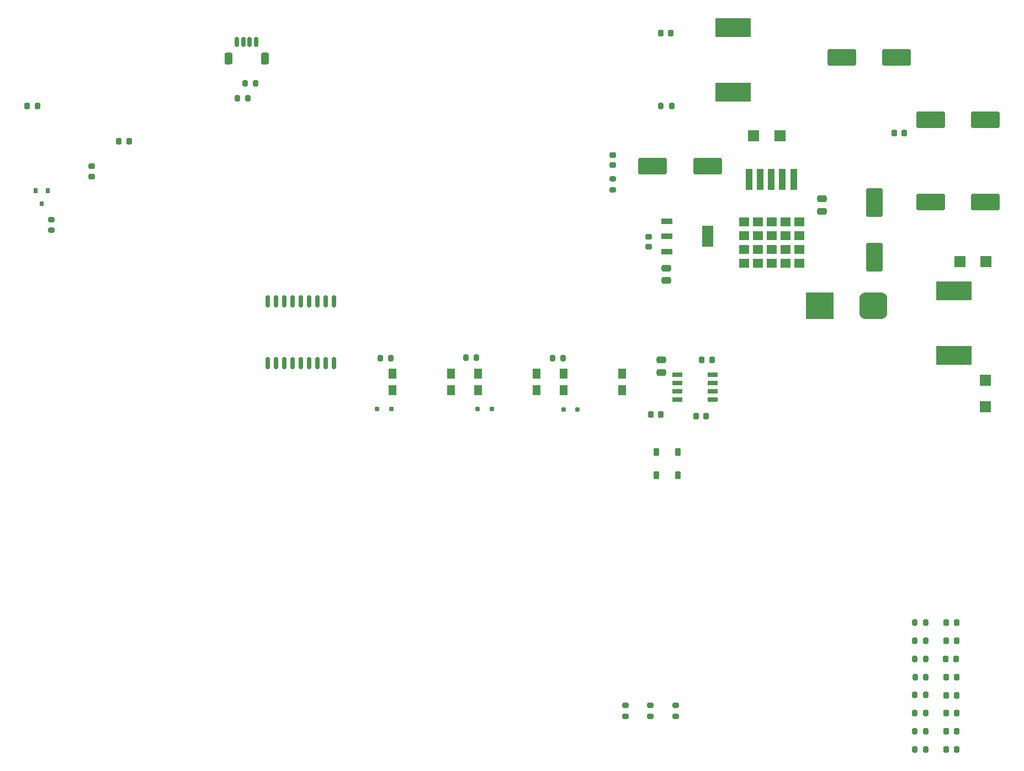
<source format=gbr>
%TF.GenerationSoftware,KiCad,Pcbnew,8.0.8*%
%TF.CreationDate,2025-03-16T07:00:45-06:00*%
%TF.ProjectId,RC11,52433131-2e6b-4696-9361-645f70636258,rev?*%
%TF.SameCoordinates,Original*%
%TF.FileFunction,Paste,Top*%
%TF.FilePolarity,Positive*%
%FSLAX46Y46*%
G04 Gerber Fmt 4.6, Leading zero omitted, Abs format (unit mm)*
G04 Created by KiCad (PCBNEW 8.0.8) date 2025-03-16 07:00:45*
%MOMM*%
%LPD*%
G01*
G04 APERTURE LIST*
G04 Aperture macros list*
%AMRoundRect*
0 Rectangle with rounded corners*
0 $1 Rounding radius*
0 $2 $3 $4 $5 $6 $7 $8 $9 X,Y pos of 4 corners*
0 Add a 4 corners polygon primitive as box body*
4,1,4,$2,$3,$4,$5,$6,$7,$8,$9,$2,$3,0*
0 Add four circle primitives for the rounded corners*
1,1,$1+$1,$2,$3*
1,1,$1+$1,$4,$5*
1,1,$1+$1,$6,$7*
1,1,$1+$1,$8,$9*
0 Add four rect primitives between the rounded corners*
20,1,$1+$1,$2,$3,$4,$5,0*
20,1,$1+$1,$4,$5,$6,$7,0*
20,1,$1+$1,$6,$7,$8,$9,0*
20,1,$1+$1,$8,$9,$2,$3,0*%
G04 Aperture macros list end*
%ADD10C,0.010000*%
%ADD11R,1.300000X1.500000*%
%ADD12R,1.500000X0.650000*%
%ADD13RoundRect,0.150000X-0.150000X0.800000X-0.150000X-0.800000X0.150000X-0.800000X0.150000X0.800000X0*%
%ADD14RoundRect,0.200000X0.275000X-0.200000X0.275000X0.200000X-0.275000X0.200000X-0.275000X-0.200000X0*%
%ADD15RoundRect,0.200000X-0.275000X0.200000X-0.275000X-0.200000X0.275000X-0.200000X0.275000X0.200000X0*%
%ADD16RoundRect,0.200000X0.200000X0.275000X-0.200000X0.275000X-0.200000X-0.275000X0.200000X-0.275000X0*%
%ADD17RoundRect,0.225000X-0.225000X-0.250000X0.225000X-0.250000X0.225000X0.250000X-0.225000X0.250000X0*%
%ADD18RoundRect,0.200000X-0.200000X-0.275000X0.200000X-0.275000X0.200000X0.275000X-0.200000X0.275000X0*%
%ADD19R,5.400000X2.900000*%
%ADD20RoundRect,0.150000X0.150000X0.625000X-0.150000X0.625000X-0.150000X-0.625000X0.150000X-0.625000X0*%
%ADD21RoundRect,0.250000X0.350000X0.650000X-0.350000X0.650000X-0.350000X-0.650000X0.350000X-0.650000X0*%
%ADD22R,1.050000X3.210000*%
%ADD23R,1.750000X0.950000*%
%ADD24R,1.750000X3.250000*%
%ADD25RoundRect,0.175000X0.175000X0.175000X-0.175000X0.175000X-0.175000X-0.175000X0.175000X-0.175000X0*%
%ADD26RoundRect,0.225000X-0.225000X-0.375000X0.225000X-0.375000X0.225000X0.375000X-0.225000X0.375000X0*%
%ADD27RoundRect,0.225000X0.225000X0.375000X-0.225000X0.375000X-0.225000X-0.375000X0.225000X-0.375000X0*%
%ADD28R,1.800000X1.800000*%
%ADD29RoundRect,1.025000X-1.125000X1.025000X-1.125000X-1.025000X1.125000X-1.025000X1.125000X1.025000X0*%
%ADD30R,4.300000X4.100000*%
%ADD31RoundRect,0.218750X0.218750X0.256250X-0.218750X0.256250X-0.218750X-0.256250X0.218750X-0.256250X0*%
%ADD32RoundRect,0.218750X-0.256250X0.218750X-0.256250X-0.218750X0.256250X-0.218750X0.256250X0.218750X0*%
%ADD33RoundRect,0.225000X-0.250000X0.225000X-0.250000X-0.225000X0.250000X-0.225000X0.250000X0.225000X0*%
%ADD34RoundRect,0.225000X0.225000X0.250000X-0.225000X0.250000X-0.225000X-0.250000X0.225000X-0.250000X0*%
%ADD35RoundRect,0.250000X0.475000X-0.250000X0.475000X0.250000X-0.475000X0.250000X-0.475000X-0.250000X0*%
%ADD36RoundRect,0.250000X-1.950000X-1.000000X1.950000X-1.000000X1.950000X1.000000X-1.950000X1.000000X0*%
%ADD37RoundRect,0.250000X1.950000X1.000000X-1.950000X1.000000X-1.950000X-1.000000X1.950000X-1.000000X0*%
%ADD38RoundRect,0.250000X1.000000X-1.950000X1.000000X1.950000X-1.000000X1.950000X-1.000000X-1.950000X0*%
%ADD39RoundRect,0.250000X-0.475000X0.250000X-0.475000X-0.250000X0.475000X-0.250000X0.475000X0.250000X0*%
G04 APERTURE END LIST*
D10*
%TO.C,S1*%
X28750000Y-62545000D02*
X28250000Y-62545000D01*
X28250000Y-61945000D01*
X28750000Y-61945000D01*
X28750000Y-62545000D01*
G36*
X28750000Y-62545000D02*
G01*
X28250000Y-62545000D01*
X28250000Y-61945000D01*
X28750000Y-61945000D01*
X28750000Y-62545000D01*
G37*
X26850000Y-62545000D02*
X26350000Y-62545000D01*
X26350000Y-61945000D01*
X26850000Y-61945000D01*
X26850000Y-62545000D01*
G36*
X26850000Y-62545000D02*
G01*
X26350000Y-62545000D01*
X26350000Y-61945000D01*
X26850000Y-61945000D01*
X26850000Y-62545000D01*
G37*
X27800000Y-64545000D02*
X27300000Y-64545000D01*
X27300000Y-63945000D01*
X27800000Y-63945000D01*
X27800000Y-64545000D01*
G36*
X27800000Y-64545000D02*
G01*
X27300000Y-64545000D01*
X27300000Y-63945000D01*
X27800000Y-63945000D01*
X27800000Y-64545000D01*
G37*
%TO.C,IC2*%
X144430000Y-67643250D02*
X143010000Y-67643250D01*
X143010000Y-66383250D01*
X144430000Y-66383250D01*
X144430000Y-67643250D01*
G36*
X144430000Y-67643250D02*
G01*
X143010000Y-67643250D01*
X143010000Y-66383250D01*
X144430000Y-66383250D01*
X144430000Y-67643250D01*
G37*
X142320000Y-67643250D02*
X140900000Y-67643250D01*
X140900000Y-66383250D01*
X142320000Y-66383250D01*
X142320000Y-67643250D01*
G36*
X142320000Y-67643250D02*
G01*
X140900000Y-67643250D01*
X140900000Y-66383250D01*
X142320000Y-66383250D01*
X142320000Y-67643250D01*
G37*
X140210000Y-67643250D02*
X138790000Y-67643250D01*
X138790000Y-66383250D01*
X140210000Y-66383250D01*
X140210000Y-67643250D01*
G36*
X140210000Y-67643250D02*
G01*
X138790000Y-67643250D01*
X138790000Y-66383250D01*
X140210000Y-66383250D01*
X140210000Y-67643250D01*
G37*
X138100000Y-67643250D02*
X136680000Y-67643250D01*
X136680000Y-66383250D01*
X138100000Y-66383250D01*
X138100000Y-67643250D01*
G36*
X138100000Y-67643250D02*
G01*
X136680000Y-67643250D01*
X136680000Y-66383250D01*
X138100000Y-66383250D01*
X138100000Y-67643250D01*
G37*
X135990000Y-67643250D02*
X134570000Y-67643250D01*
X134570000Y-66383250D01*
X135990000Y-66383250D01*
X135990000Y-67643250D01*
G36*
X135990000Y-67643250D02*
G01*
X134570000Y-67643250D01*
X134570000Y-66383250D01*
X135990000Y-66383250D01*
X135990000Y-67643250D01*
G37*
X144430000Y-69763250D02*
X143010000Y-69763250D01*
X143010000Y-68503250D01*
X144430000Y-68503250D01*
X144430000Y-69763250D01*
G36*
X144430000Y-69763250D02*
G01*
X143010000Y-69763250D01*
X143010000Y-68503250D01*
X144430000Y-68503250D01*
X144430000Y-69763250D01*
G37*
X142320000Y-69763250D02*
X140900000Y-69763250D01*
X140900000Y-68503250D01*
X142320000Y-68503250D01*
X142320000Y-69763250D01*
G36*
X142320000Y-69763250D02*
G01*
X140900000Y-69763250D01*
X140900000Y-68503250D01*
X142320000Y-68503250D01*
X142320000Y-69763250D01*
G37*
X140210000Y-69763250D02*
X138790000Y-69763250D01*
X138790000Y-68503250D01*
X140210000Y-68503250D01*
X140210000Y-69763250D01*
G36*
X140210000Y-69763250D02*
G01*
X138790000Y-69763250D01*
X138790000Y-68503250D01*
X140210000Y-68503250D01*
X140210000Y-69763250D01*
G37*
X138100000Y-69763250D02*
X136680000Y-69763250D01*
X136680000Y-68503250D01*
X138100000Y-68503250D01*
X138100000Y-69763250D01*
G36*
X138100000Y-69763250D02*
G01*
X136680000Y-69763250D01*
X136680000Y-68503250D01*
X138100000Y-68503250D01*
X138100000Y-69763250D01*
G37*
X135990000Y-69763250D02*
X134570000Y-69763250D01*
X134570000Y-68503250D01*
X135990000Y-68503250D01*
X135990000Y-69763250D01*
G36*
X135990000Y-69763250D02*
G01*
X134570000Y-69763250D01*
X134570000Y-68503250D01*
X135990000Y-68503250D01*
X135990000Y-69763250D01*
G37*
X144430000Y-71883250D02*
X143010000Y-71883250D01*
X143010000Y-70623250D01*
X144430000Y-70623250D01*
X144430000Y-71883250D01*
G36*
X144430000Y-71883250D02*
G01*
X143010000Y-71883250D01*
X143010000Y-70623250D01*
X144430000Y-70623250D01*
X144430000Y-71883250D01*
G37*
X142320000Y-71883250D02*
X140900000Y-71883250D01*
X140900000Y-70623250D01*
X142320000Y-70623250D01*
X142320000Y-71883250D01*
G36*
X142320000Y-71883250D02*
G01*
X140900000Y-71883250D01*
X140900000Y-70623250D01*
X142320000Y-70623250D01*
X142320000Y-71883250D01*
G37*
X140210000Y-71883250D02*
X138790000Y-71883250D01*
X138790000Y-70623250D01*
X140210000Y-70623250D01*
X140210000Y-71883250D01*
G36*
X140210000Y-71883250D02*
G01*
X138790000Y-71883250D01*
X138790000Y-70623250D01*
X140210000Y-70623250D01*
X140210000Y-71883250D01*
G37*
X138100000Y-71883250D02*
X136680000Y-71883250D01*
X136680000Y-70623250D01*
X138100000Y-70623250D01*
X138100000Y-71883250D01*
G36*
X138100000Y-71883250D02*
G01*
X136680000Y-71883250D01*
X136680000Y-70623250D01*
X138100000Y-70623250D01*
X138100000Y-71883250D01*
G37*
X135990000Y-71883250D02*
X134570000Y-71883250D01*
X134570000Y-70623250D01*
X135990000Y-70623250D01*
X135990000Y-71883250D01*
G36*
X135990000Y-71883250D02*
G01*
X134570000Y-71883250D01*
X134570000Y-70623250D01*
X135990000Y-70623250D01*
X135990000Y-71883250D01*
G37*
X144430000Y-74003250D02*
X143010000Y-74003250D01*
X143010000Y-72743250D01*
X144430000Y-72743250D01*
X144430000Y-74003250D01*
G36*
X144430000Y-74003250D02*
G01*
X143010000Y-74003250D01*
X143010000Y-72743250D01*
X144430000Y-72743250D01*
X144430000Y-74003250D01*
G37*
X142320000Y-74003250D02*
X140900000Y-74003250D01*
X140900000Y-72743250D01*
X142320000Y-72743250D01*
X142320000Y-74003250D01*
G36*
X142320000Y-74003250D02*
G01*
X140900000Y-74003250D01*
X140900000Y-72743250D01*
X142320000Y-72743250D01*
X142320000Y-74003250D01*
G37*
X140210000Y-74003250D02*
X138790000Y-74003250D01*
X138790000Y-72743250D01*
X140210000Y-72743250D01*
X140210000Y-74003250D01*
G36*
X140210000Y-74003250D02*
G01*
X138790000Y-74003250D01*
X138790000Y-72743250D01*
X140210000Y-72743250D01*
X140210000Y-74003250D01*
G37*
X138100000Y-74003250D02*
X136680000Y-74003250D01*
X136680000Y-72743250D01*
X138100000Y-72743250D01*
X138100000Y-74003250D01*
G36*
X138100000Y-74003250D02*
G01*
X136680000Y-74003250D01*
X136680000Y-72743250D01*
X138100000Y-72743250D01*
X138100000Y-74003250D01*
G37*
X135990000Y-74003250D02*
X134570000Y-74003250D01*
X134570000Y-72743250D01*
X135990000Y-72743250D01*
X135990000Y-74003250D01*
G36*
X135990000Y-74003250D02*
G01*
X134570000Y-74003250D01*
X134570000Y-72743250D01*
X135990000Y-72743250D01*
X135990000Y-74003250D01*
G37*
%TD*%
D11*
%TO.C,U6*%
X107620000Y-90380000D03*
X107620000Y-92920000D03*
X116620000Y-92920000D03*
X116620000Y-90380000D03*
%TD*%
D12*
%TO.C,U5*%
X125100000Y-90495000D03*
X125100000Y-91765000D03*
X125100000Y-93035000D03*
X125100000Y-94305000D03*
X130500000Y-94305000D03*
X130500000Y-93035000D03*
X130500000Y-91765000D03*
X130500000Y-90495000D03*
%TD*%
D13*
%TO.C,U3*%
X72380000Y-79275000D03*
X71110000Y-79275000D03*
X69840000Y-79275000D03*
X68570000Y-79275000D03*
X67300000Y-79275000D03*
X66030000Y-79275000D03*
X64760000Y-79275000D03*
X63490000Y-79275000D03*
X62220000Y-79275000D03*
X62220000Y-88725000D03*
X63490000Y-88725000D03*
X64760000Y-88725000D03*
X66030000Y-88725000D03*
X67300000Y-88725000D03*
X68570000Y-88725000D03*
X69840000Y-88725000D03*
X71110000Y-88725000D03*
X72380000Y-88725000D03*
%TD*%
D11*
%TO.C,U2*%
X94500000Y-90380000D03*
X94500000Y-92920000D03*
X103500000Y-92920000D03*
X103500000Y-90380000D03*
%TD*%
%TO.C,U1*%
X81380000Y-90380000D03*
X81380000Y-92920000D03*
X90380000Y-92920000D03*
X90380000Y-90380000D03*
%TD*%
D14*
%TO.C,R20*%
X124800000Y-142925000D03*
X124800000Y-141275000D03*
%TD*%
D15*
%TO.C,R19*%
X117100000Y-141275000D03*
X117100000Y-142925000D03*
%TD*%
D16*
%TO.C,R18*%
X107565000Y-87980000D03*
X105915000Y-87980000D03*
%TD*%
D14*
%TO.C,R17*%
X120950000Y-142925000D03*
X120950000Y-141275000D03*
%TD*%
D15*
%TO.C,R16*%
X29080000Y-66725000D03*
X29080000Y-68375000D03*
%TD*%
D17*
%TO.C,R15*%
X121025000Y-96600000D03*
X122575000Y-96600000D03*
%TD*%
D15*
%TO.C,R14*%
X115200000Y-60475000D03*
X115200000Y-62125000D03*
%TD*%
D18*
%TO.C,R13*%
X57575000Y-48100000D03*
X59225000Y-48100000D03*
%TD*%
%TO.C,R12*%
X58775000Y-45800000D03*
X60425000Y-45800000D03*
%TD*%
D16*
%TO.C,R11*%
X124200000Y-49300000D03*
X122550000Y-49300000D03*
%TD*%
%TO.C,R10*%
X163150000Y-147980000D03*
X161500000Y-147980000D03*
%TD*%
%TO.C,R9*%
X163150000Y-145200000D03*
X161500000Y-145200000D03*
%TD*%
%TO.C,R8*%
X163150000Y-142420000D03*
X161500000Y-142420000D03*
%TD*%
%TO.C,R7*%
X163150000Y-139640000D03*
X161500000Y-139640000D03*
%TD*%
%TO.C,R6*%
X163150000Y-134100000D03*
X161500000Y-134100000D03*
%TD*%
%TO.C,R5*%
X163200000Y-136900000D03*
X161550000Y-136900000D03*
%TD*%
%TO.C,R4*%
X163150000Y-131300000D03*
X161500000Y-131300000D03*
%TD*%
%TO.C,R3*%
X163150000Y-128520000D03*
X161500000Y-128520000D03*
%TD*%
%TO.C,R2*%
X94285000Y-87930000D03*
X92635000Y-87930000D03*
%TD*%
%TO.C,R1*%
X81165000Y-87990000D03*
X79515000Y-87990000D03*
%TD*%
D19*
%TO.C,L2*%
X167500000Y-87550000D03*
X167500000Y-77650000D03*
%TD*%
%TO.C,L1*%
X133600000Y-37300000D03*
X133600000Y-47200000D03*
%TD*%
D20*
%TO.C,J3*%
X60500000Y-39475000D03*
X59500000Y-39475000D03*
X58500000Y-39475000D03*
X57500000Y-39475000D03*
D21*
X61800000Y-42000000D03*
X56200000Y-42000000D03*
%TD*%
D22*
%TO.C,IC2*%
X142900000Y-60563250D03*
X141200000Y-60563250D03*
X139500000Y-60563250D03*
X137800000Y-60563250D03*
X136100000Y-60563250D03*
%TD*%
D23*
%TO.C,IC1*%
X123450000Y-67000000D03*
X123450000Y-69300000D03*
X123450000Y-71600000D03*
D24*
X129750000Y-69300000D03*
%TD*%
D25*
%TO.C,D18*%
X109785000Y-95820000D03*
X107635000Y-95820000D03*
%TD*%
%TO.C,D17*%
X81205000Y-95800000D03*
X79055000Y-95800000D03*
%TD*%
%TO.C,D16*%
X96615000Y-95790000D03*
X94465000Y-95790000D03*
%TD*%
D26*
%TO.C,D15*%
X121850000Y-105900000D03*
X125150000Y-105900000D03*
%TD*%
D27*
%TO.C,D14*%
X125150000Y-102350000D03*
X121850000Y-102350000D03*
%TD*%
D28*
%TO.C,D13*%
X168400000Y-73200000D03*
X172400000Y-73200000D03*
%TD*%
%TO.C,D12*%
X172300000Y-91400000D03*
X172300000Y-95400000D03*
%TD*%
D29*
%TO.C,D11*%
X155100000Y-79900000D03*
D30*
X146900000Y-79900000D03*
%TD*%
D31*
%TO.C,D10*%
X167887500Y-148020000D03*
X166312500Y-148020000D03*
%TD*%
%TO.C,D9*%
X167887500Y-145240000D03*
X166312500Y-145240000D03*
%TD*%
%TO.C,D8*%
X167887500Y-142460000D03*
X166312500Y-142460000D03*
%TD*%
%TO.C,D7*%
X167887500Y-139680000D03*
X166312500Y-139680000D03*
%TD*%
%TO.C,D6*%
X167800000Y-134100000D03*
X166225000Y-134100000D03*
%TD*%
%TO.C,D5*%
X167887500Y-136900000D03*
X166312500Y-136900000D03*
%TD*%
%TO.C,D4*%
X167887500Y-131340000D03*
X166312500Y-131340000D03*
%TD*%
%TO.C,D3*%
X167887500Y-128560000D03*
X166312500Y-128560000D03*
%TD*%
D28*
%TO.C,D2*%
X140800000Y-53900000D03*
X136800000Y-53900000D03*
%TD*%
D32*
%TO.C,D1*%
X115200000Y-56812500D03*
X115200000Y-58387500D03*
%TD*%
D33*
%TO.C,C16*%
X35280000Y-58550000D03*
X35280000Y-60100000D03*
%TD*%
D34*
%TO.C,C15*%
X26930000Y-49310000D03*
X25380000Y-49310000D03*
%TD*%
D17*
%TO.C,C14*%
X127965000Y-96850000D03*
X129515000Y-96850000D03*
%TD*%
%TO.C,C13*%
X128825000Y-88200000D03*
X130375000Y-88200000D03*
%TD*%
D35*
%TO.C,C12*%
X122600000Y-90150000D03*
X122600000Y-88250000D03*
%TD*%
D17*
%TO.C,C11*%
X158350000Y-53400000D03*
X159900000Y-53400000D03*
%TD*%
D36*
%TO.C,C10*%
X150300000Y-41800000D03*
X158700000Y-41800000D03*
%TD*%
%TO.C,C9*%
X163900000Y-51400000D03*
X172300000Y-51400000D03*
%TD*%
D17*
%TO.C,C8*%
X122525000Y-38100000D03*
X124075000Y-38100000D03*
%TD*%
D36*
%TO.C,C7*%
X163900000Y-64000000D03*
X172300000Y-64000000D03*
%TD*%
D17*
%TO.C,C6*%
X39424200Y-54712800D03*
X40974200Y-54712800D03*
%TD*%
D37*
%TO.C,C5*%
X129700000Y-58500000D03*
X121300000Y-58500000D03*
%TD*%
D38*
%TO.C,C4*%
X155300000Y-72500000D03*
X155300000Y-64100000D03*
%TD*%
D39*
%TO.C,C3*%
X147300000Y-63550000D03*
X147300000Y-65450000D03*
%TD*%
%TO.C,C2*%
X123400000Y-74150000D03*
X123400000Y-76050000D03*
%TD*%
D33*
%TO.C,C1*%
X120700000Y-69325000D03*
X120700000Y-70875000D03*
%TD*%
M02*

</source>
